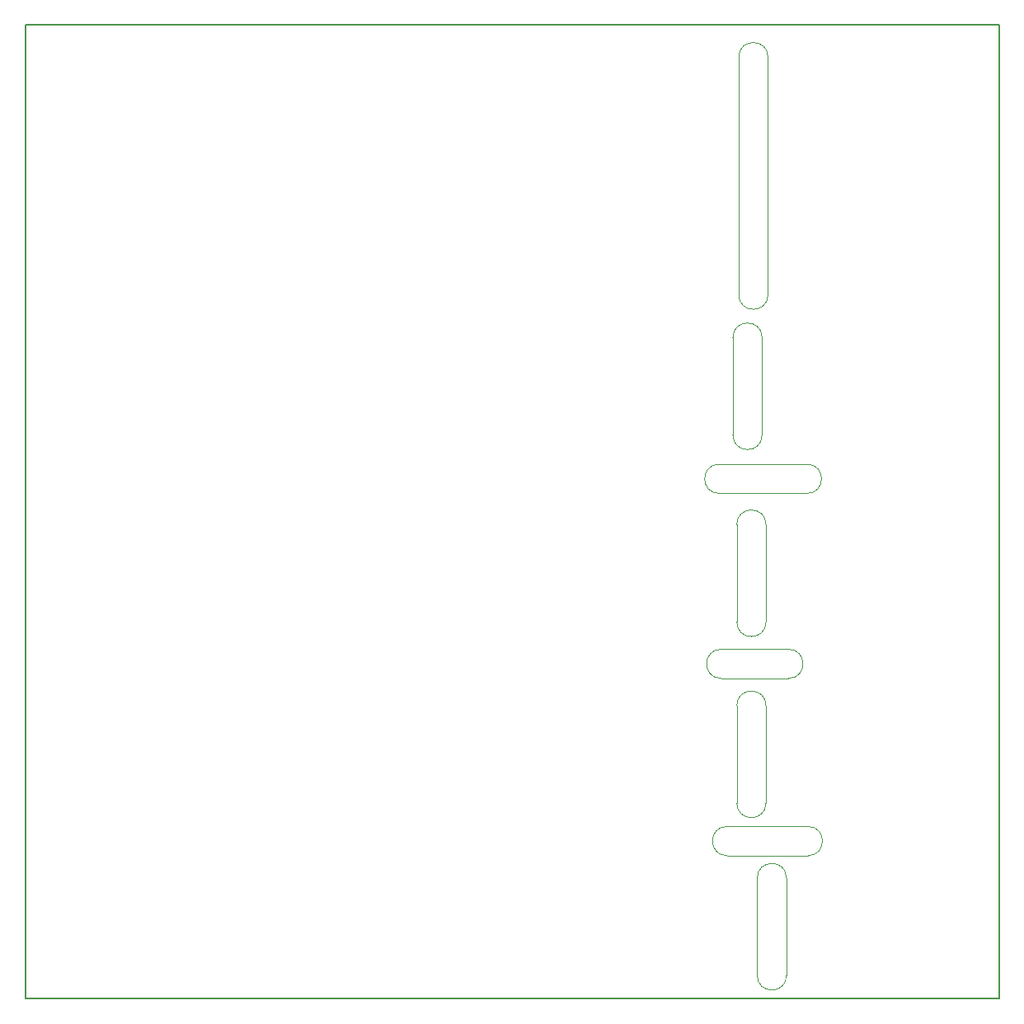
<source format=gbr>
%TF.GenerationSoftware,KiCad,Pcbnew,(6.0.8)*%
%TF.CreationDate,2022-11-15T21:12:59+04:00*%
%TF.ProjectId,Dryer2,44727965-7232-42e6-9b69-6361645f7063,rev?*%
%TF.SameCoordinates,Original*%
%TF.FileFunction,Profile,NP*%
%FSLAX46Y46*%
G04 Gerber Fmt 4.6, Leading zero omitted, Abs format (unit mm)*
G04 Created by KiCad (PCBNEW (6.0.8)) date 2022-11-15 21:12:59*
%MOMM*%
%LPD*%
G01*
G04 APERTURE LIST*
%TA.AperFunction,Profile*%
%ADD10C,0.100000*%
%TD*%
%TA.AperFunction,Profile*%
%ADD11C,0.200000*%
%TD*%
G04 APERTURE END LIST*
D10*
X247300000Y-126500000D02*
X254200000Y-126500000D01*
X247300000Y-123500000D02*
G75*
G03*
X247300000Y-126500000I0J-1500000D01*
G01*
X247300000Y-123500000D02*
X254200000Y-123500000D01*
X254200000Y-126500000D02*
G75*
G03*
X254200000Y-123500000I0J1500000D01*
G01*
X252100000Y-62700000D02*
G75*
G03*
X249100000Y-62700000I-1500000J0D01*
G01*
X249100000Y-87100000D02*
G75*
G03*
X252100000Y-87100000I1500000J0D01*
G01*
X249100000Y-87100000D02*
X249100000Y-62700000D01*
X252100000Y-87100000D02*
X252100000Y-62700000D01*
X256200000Y-144700000D02*
G75*
G03*
X256200000Y-141700000I0J1500000D01*
G01*
X247900000Y-141700000D02*
G75*
G03*
X247900000Y-144700000I0J-1500000D01*
G01*
X247900000Y-141700000D02*
X256200000Y-141700000D01*
X247900000Y-144700000D02*
X256200000Y-144700000D01*
X256100000Y-107500000D02*
G75*
G03*
X256100000Y-104500000I0J1500000D01*
G01*
X247100000Y-104500000D02*
G75*
G03*
X247100000Y-107500000I0J-1500000D01*
G01*
X247100000Y-104500000D02*
X256100000Y-104500000D01*
X247100000Y-107500000D02*
X256100000Y-107500000D01*
X248500000Y-101500000D02*
G75*
G03*
X251500000Y-101500000I1500000J0D01*
G01*
X251500000Y-91500000D02*
G75*
G03*
X248500000Y-91500000I-1500000J0D01*
G01*
X251500000Y-91500000D02*
X251500000Y-101500000D01*
X248500000Y-91500000D02*
X248500000Y-101500000D01*
X248900000Y-120700000D02*
G75*
G03*
X251900000Y-120700000I1500000J0D01*
G01*
X251900000Y-110700000D02*
G75*
G03*
X248900000Y-110700000I-1500000J0D01*
G01*
X251900000Y-110700000D02*
X251900000Y-120700000D01*
X248900000Y-110700000D02*
X248900000Y-120700000D01*
X248900000Y-139300000D02*
G75*
G03*
X251900000Y-139300000I1500000J0D01*
G01*
X251900000Y-129300000D02*
G75*
G03*
X248900000Y-129300000I-1500000J0D01*
G01*
X251900000Y-129300000D02*
X251900000Y-139300000D01*
X248900000Y-129300000D02*
X248900000Y-139300000D01*
X254000000Y-147000000D02*
X254000000Y-157000000D01*
X251000000Y-147000000D02*
X251000000Y-157000000D01*
X251000000Y-157000000D02*
G75*
G03*
X254000000Y-157000000I1500000J0D01*
G01*
X254000000Y-147000000D02*
G75*
G03*
X251000000Y-147000000I-1500000J0D01*
G01*
D11*
X175844000Y-59385000D02*
X275844000Y-59385000D01*
X275844000Y-59385000D02*
X275844000Y-159385000D01*
X275844000Y-159385000D02*
X175844000Y-159385000D01*
X175844000Y-159385000D02*
X175844000Y-59385000D01*
M02*

</source>
